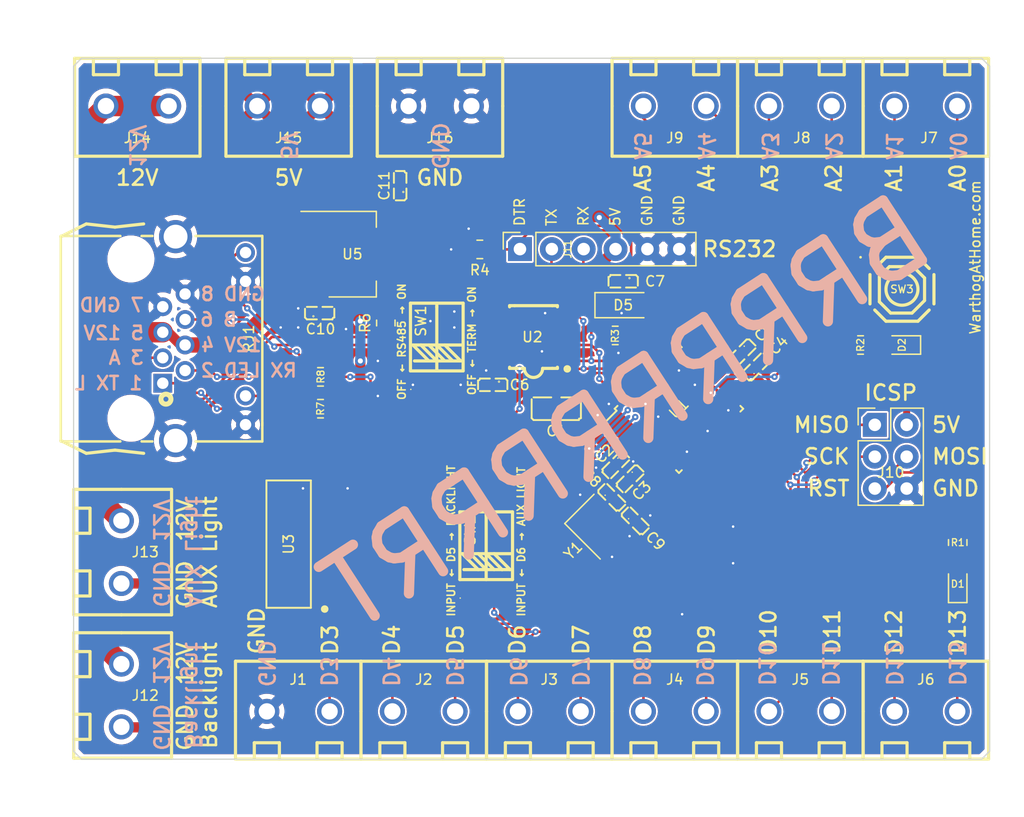
<source format=kicad_pcb>
(kicad_pcb (version 20211014) (generator pcbnew)
  (layers (0 "F.Cu" signal) (31 "B.Cu" signal) (34 "B.Paste" user) (35 "F.Paste" user) (36 "B.SilkS" user "B.Silkscreen") (37 "F.SilkS" user "F.Silkscreen") (38 "B.Mask" user) (39 "F.Mask" user) (44 "Edge.Cuts" user))
  (net 0 "")
  (net 1 "+5V")
  (net 2 "Net-(C5-Pad2)")
  (net 3 "RESET")
  (net 4 "FTDI_DTR")
  (net 5 "XTAL1")
  (net 6 "XTAL2")
  (net 7 "Net-(D1-Pad2)")
  (net 8 "Net-(D2-Pad2)")
  (net 9 "D2")
  (net 10 "D3")
  (net 11 "D4")
  (net 12 "D5")
  (net 13 "D6")
  (net 14 "D7")
  (net 15 "D8")
  (net 16 "D9")
  (net 17 "D10")
  (net 18 "D11")
  (net 19 "D12")
  (net 20 "D13")
  (net 21 "A0")
  (net 22 "A1")
  (net 23 "A2")
  (net 24 "A3")
  (net 25 "A4")
  (net 26 "A5")
  (net 27 "TXD")
  (net 28 "RXD")
  (net 29 "RS485+")
  (net 30 "Net-(R6-Pad2)")
  (net 31 "Net-(R7-Pad1)")
  (net 32 "Net-(R8-Pad1)")
  (net 33 "+12V")
  (net 34 "RS485-")
  (net 37 "RS485_GND")
  (net 38 "BACKLIGHT_BASE")
  (net 39 "AUX_BASE")
  (net 43 "AUX_GND")
  (net 44 "BACKLIGHT_GND")
  (net 45 "GND")
  (footprint "Resistor_SMD:R_0805_2012Metric" (layer "F.Cu") (at 121.285 104.14)
    (fp_text reference "R7")
    (fp_text value "1.8K")
  )
  (footprint "A10 KiCad Libraries:CONN-TH_WJ126V-5.0-2P" (layer "F.Cu") (at 139.5222 128.27 90)
    (fp_text reference "J3")
    (fp_text value "Screw_Terminal_01x02")
  )
  (footprint "Connector_PinHeader_2.54mm:PinHeader_2x03_P2.54mm_Vertical" (layer "F.Cu") (at 165.476 105.425)
    (fp_text reference "J10")
    (fp_text value "AVR-ISP-6")
  )
  (footprint "A10 KiCad Libraries:CONN-TH_WJ126V-5.0-2P" (layer "F.Cu") (at 159.5374 128.27 90)
    (fp_text reference "J5")
    (fp_text value "Screw_Terminal_01x02")
  )
  (footprint "Resistor_SMD:R_0805_2012Metric" (layer "F.Cu") (at 164.338 99.06)
    (fp_text reference "R2")
    (fp_text value "1K")
  )
  (footprint "A10 KiCad Libraries:C0402" (layer "F.Cu") (at 135.0137 102.235 180)
    (fp_text reference "C6")
    (fp_text value "1uF")
  )
  (footprint "Package_TO_SOT_SMD:SOT-223-3_TabPin2" (layer "F.Cu") (at 123.825 91.821)
    (fp_text reference "U5")
    (fp_text value "AMS1117-5.0")
  )
  (footprint "A10 KiCad Libraries:C0402" (layer "F.Cu") (at 145.961096 109.729868 -135)
    (fp_text reference "C3")
    (fp_text value "1uF")
  )
  (footprint "A10 KiCad Libraries:CONN-TH_WJ126V-5.0-2P" (layer "F.Cu") (at 118.745 80.01 -90)
    (fp_text reference "J15")
    (fp_text value "Screw_Terminal_01x02")
  )
  (footprint "A10 KiCad Libraries:C0805" (layer "F.Cu") (at 140.081 104.14 180)
    (fp_text reference "C1")
    (fp_text value "4.7uF")
  )
  (footprint "A10 KiCad Libraries:C0402" (layer "F.Cu") (at 154.888995 99.68621 -135)
    (fp_text reference "C5")
    (fp_text value "100nF")
  )
  (footprint "A10 KiCad Libraries:SOP-16_L10.0-W3.9-P1.27-LS6.0-BL" (layer "F.Cu") (at 118.745 114.935 90)
    (fp_text reference "U3")
    (fp_text value "ULN2003A")
  )
  (footprint "A10 KiCad Libraries:C0402" (layer "F.Cu") (at 127.635 86.36 90)
    (fp_text reference "C11")
    (fp_text value "1uF")
  )
  (footprint "A10 KiCad Libraries:C0402" (layer "F.Cu") (at 144.8181 108.6104 -135)
    (fp_text reference "C2")
    (fp_text value "1uF")
  )
  (footprint "A10 KiCad Libraries:SOIC-8_L5.0-W4.0-P1.27-LS6.0-BL" (layer "F.Cu") (at 138.264894 98.424999 90)
    (fp_text reference "U2")
    (fp_text value "MAX487ESA+T")
  )
  (footprint "Resistor_SMD:R_0805_2012Metric" (layer "F.Cu") (at 121.285 101.6)
    (fp_text reference "R8")
    (fp_text value "1.8K")
  )
  (footprint "A10 KiCad Libraries:CONN-TH_WJ126V-5.0-2P" (layer "F.Cu") (at 106.68 80.01 -90)
    (fp_text reference "J14")
    (fp_text value "Screw_Terminal_01x02")
  )
  (footprint "LED_SMD:LED_0603_1608Metric" (layer "F.Cu") (at 167.64 99.06 180)
    (fp_text reference "D2")
    (fp_text value "LED")
  )
  (footprint "A10 KiCad Libraries:C0402" (layer "F.Cu") (at 121.217182 96.52)
    (fp_text reference "C10")
    (fp_text value "10uF")
  )
  (footprint "A10 KiCad Libraries:CONN-TH_WJ126V-5.0-2P" (layer "F.Cu") (at 119.507 128.27 90)
    (fp_text reference "J1")
    (fp_text value "Screw_Terminal_01x02")
  )
  (footprint "A10 KiCad Libraries:CONN-TH_WJ126V-5.0-2P" (layer "F.Cu") (at 169.545 128.27 90)
    (fp_text reference "J6")
    (fp_text value "Screw_Terminal_01x02")
  )
  (footprint "Resistor_SMD:R_0805_2012Metric" (layer "F.Cu") (at 126.492 97.3055 90)
    (fp_text reference "R6")
    (fp_text value "120R")
  )
  (footprint "A10 KiCad Libraries:CONN-TH_WJ126V-5.0-2P" (layer "F.Cu") (at 149.5298 80.01 -90)
    (fp_text reference "J9")
    (fp_text value "Screw_Terminal_01x02")
  )
  (footprint "A10 KiCad Libraries:CONN-TH_WJ126V-5.0-2P" (layer "F.Cu") (at 129.5146 128.27 90)
    (fp_text reference "J2")
    (fp_text value "Screw_Terminal_01x02")
  )
  (footprint "A10 KiCad Libraries:SW-SMD_4P-L5.1-W5.1-P3.70-LS6.5-TL-2" (layer "F.Cu") (at 167.64 94.615)
    (fp_text reference "SW3")
    (fp_text value "SW_MEC_5E")
  )
  (footprint "A10 KiCad Libraries:SW-SMD_DSHP02TSGER" (layer "F.Cu") (at 134.493 115.062)
    (fp_text reference "SW2")
    (fp_text value "SW_DIP_x02")
  )
  (footprint "A10 KiCad Libraries:C0402" (layer "F.Cu") (at 156.025376 100.812584 45)
    (fp_text reference "C4")
    (fp_text value "1uF")
  )
  (footprint "A10 KiCad Libraries:CONN-TH_WJ126V-5.0-2P" (layer "F.Cu") (at 149.5298 128.27 90)
    (fp_text reference "J4")
    (fp_text value "Screw_Terminal_01x02")
  )
  (footprint "Diode_SMD:D_SOD-123" (layer "F.Cu") (at 145.415 95.885)
    (fp_text reference "D5")
    (fp_text value "1N4148W")
  )
  (footprint "A10 KiCad Libraries:RJ45-TH_B-1-1" (layer "F.Cu") (at 108.612936 98.551999 -90)
    (fp_text reference "RJ1")
    (fp_text value "RJ45-B-1*1")
  )
  (footprint "A10 KiCad Libraries:C0402" (layer "F.Cu") (at 145.415 93.98 180)
    (fp_text reference "C7")
    (fp_text value "100nF")
  )
  (footprint "Resistor_SMD:R_0805_2012Metric" (layer "F.Cu") (at 172.085 114.808 -90)
    (fp_text reference "R1")
    (fp_text value "1K")
  )
  (footprint "A10 KiCad Libraries:C0402" (layer "F.Cu") (at 146.378269 113.085409 -45)
    (fp_text reference "C9")
    (fp_text value "15pF")
  )
  (footprint "A10 KiCad Libraries:SW-SMD_DSHP02TSGER" (layer "F.Cu") (at 130.556 98.425)
    (fp_text reference "SW1")
    (fp_text value "SW_DIP_x02")
  )
  (footprint "A10 KiCad Libraries:CONN-TH_WJ126V-5.0-2P" (layer "F.Cu") (at 105.41 115.57)
    (fp_text reference "J13")
    (fp_text value "Screw_Terminal_01x02")
  )
  (footprint "A10 KiCad Libraries:CONN-TH_WJ126V-5.0-2P" (layer "F.Cu") (at 130.81 80.01 -90)
    (fp_text reference "J16")
    (fp_text value "Screw_Terminal_01x02")
  )
  (footprint "A10 KiCad Libraries:CONN-TH_WJ126V-5.0-2P" (layer "F.Cu") (at 105.41 127)
    (fp_text reference "J12")
    (fp_text value "Screw_Terminal_01x02")
  )
  (footprint "Crystal:Crystal_SMD_3225-4Pin_3.2x2.5mm" (layer "F.Cu") (at 143.337351 113.54096 -45)
    (fp_text reference "Y1")
    (fp_text value "Crystal_GND24")
  )
  (footprint "Package_QFP:TQFP-32_7x7mm_P0.8mm" (layer "F.Cu") (at 149.86 104.14 45)
    (fp_text reference "U1")
    (fp_text value "ATmega328P-AU")
  )
  (footprint "Resistor_SMD:R_0805_2012Metric" (layer "F.Cu") (at 133.985 91.4396 180)
    (fp_text reference "R4")
    (fp_text value "1K")
  )
  (footprint "Connector_PinSocket_2.54mm:PinSocket_1x06_P2.54mm_Vertical" (layer "F.Cu") (at 137.185 91.415 90)
    (fp_text reference "J11")
    (fp_text value "Conn_01x06_Female")
  )
  (footprint "Resistor_SMD:R_0805_2012Metric" (layer "F.Cu") (at 144.78 98.298)
    (fp_text reference "R3")
    (fp_text value "10K")
  )
  (footprint "A10 KiCad Libraries:CONN-TH_WJ126V-5.0-2P" (layer "F.Cu") (at 159.5374 80.01 -90)
    (fp_text reference "J8")
    (fp_text value "Screw_Terminal_01x02")
  )
  (footprint "A10 KiCad Libraries:C0402" (layer "F.Cu") (at 144.506976 111.214116 -45)
    (fp_text reference "C8")
    (fp_text value "15pF")
  )
  (footprint "A10 KiCad Libraries:CONN-TH_WJ126V-5.0-2P" (layer "F.Cu") (at 169.545 80.01 -90)
    (fp_text reference "J7")
    (fp_text value "Screw_Terminal_01x02")
  )
  (footprint "LED_SMD:LED_0603_1608Metric" (layer "F.Cu") (at 172.085 118.11 90)
    (fp_text reference "D1")
    (fp_text value "LED")
  )
  (gr_line (start 101.6 76.835) (end 102.235 76.2) (layer "Edge.Cuts") (width 0.1))
  (gr_line (start 173.99 132.08) (end 102.235 132.08) (layer "Edge.Cuts") (width 0.1))
  (gr_line (start 102.235 76.2) (end 173.99 76.2) (layer "Edge.Cuts") (width 0.1))
  (gr_line (start 102.235 132.08) (end 101.6 131.445) (layer "Edge.Cuts") (width 0.1))
  (gr_line (start 174.625 131.445) (end 173.99 132.08) (layer "Edge.Cuts") (width 0.1))
  (gr_line (start 173.99 76.2) (end 174.625 76.835) (layer "Edge.Cuts") (width 0.1))
  (gr_line (start 174.625 76.835) (end 174.625 131.445) (layer "Edge.Cuts") (width 0.1))
  (gr_line (start 101.6 131.445) (end 101.6 76.835) (layer "Edge.Cuts") (width 0.1))
  (gr_text "BRRRRRRRRT" (at 145.669 104.521 33) (layer "B.SilkS") (effects (font (size 5.6896 5.6896) (thickness 0.8128)) (justify mirror)))
  (gr_text "OFF ← RS485 → ON" (at 127.762 103.505 90) (layer "F.SilkS") (effects (font (size 0.6096 0.6096) (thickness 0.127)) (justify left)))
  (gr_text "INPUT ← D5 → BACKLIGHT" (at 131.699 120.777 90) (layer "F.SilkS") (effects (font (size 0.6096 0.6096) (thickness 0.127)) (justify left)))
  (gr_text "INPUT ← D6 → AUX LIGHT" (at 137.287 120.777 90) (layer "F.SilkS") (effects (font (size 0.6096 0.6096) (thickness 0.127)) (justify left)))
  (gr_text "WarthogAtHome.com" (at 173.482 92.075 90) (layer "F.SilkS") (effects (font (size 0.8128 0.8128) (thickness 0.127))))
  (gr_text "OFF ← TERM → ON" (at 133.35 103.124 90) (layer "F.SilkS") (effects (font (size 0.6096 0.6096) (thickness 0.127)) (justify left)))
  (segment (start 135.558785 102.235) (end 137.541 102.235) (width 0.4064) (layer "F.Cu") (net 1))
  (segment (start 155.639943 101.198017) (end 155.63041 101.198017) (width 0.3048) (layer "F.Cu") (net 1))
  (segment (start 141.110972 103.010972) (end 140.462 102.362) (width 0.8128) (layer "F.Cu") (net 1))
  (segment (start 143.8675 98.298) (end 143.8675 97.1305) (width 0.4064) (layer "F.Cu") (net 1))
  (segment (start 143.765 92.455) (end 144.805 91.415) (width 0.8128) (layer "F.Cu") (net 1))
  (segment (start 155.63041 101.198017) (end 155.63041 101.204969) (width 0.5588) (layer "F.Cu") (net 1))
  (segment (start 146.566139 106.862361) (end 145.203533 108.224967) (width 0.5588) (layer "F.Cu") (net 1))
  (segment (start 141.110972 104.14) (end 141.118566 104.14) (width 0.3048) (layer "F.Cu") (net 1))
  (segment (start 168.016 103.5) (end 168.016 105.425) (width 0.5588) (layer "F.Cu") (net 1))
  (segment (start 163.4255 99.06) (end 163.4255 102.7195) (width 0.5588) (layer "F.Cu") (net 1))
  (segment (start 157.29544 102.87) (end 167.386 102.87) (width 0.5588) (layer "F.Cu") (net 1))
  (segment (start 143.765 97.028) (end 143.765 95.885) (width 0.4064) (layer "F.Cu") (net 1))
  (segment (start 143.8675 97.1305) (end 143.765 97.028) (width 0.4064) (layer "F.Cu") (net 1))
  (segment (start 147.703324 107.993732) (end 147.703634 107.993732) (width 0.5588) (layer "F.Cu") (net 1))
  (segment (start 141.118566 104.14) (end 145.203533 108.224967) (width 0.8128) (layer "F.Cu") (net 1))
  (segment (start 143.765 95.885) (end 143.765 92.455) (width 0.8128) (layer "F.Cu") (net 1))
  (segment (start 137.668 102.362) (end 135.255 104.775) (width 0.8128) (layer "F.Cu") (net 1))
  (segment (start 137.541 102.235) (end 137.668 102.362) (width 0.4064) (layer "F.Cu") (net 1))
  (segment (start 135.559789 100.330003) (end 135.559789 102.233996) (width 0.4064) (layer "F.Cu") (net 1))
  (segment (start 149.652366 106.045) (end 147.389314 106.045) (width 0.5588) (layer "F.Cu") (net 1))
  (segment (start 125.73 104.775) (end 124.46 103.505) (width 0.8128) (layer "F.Cu") (net 1))
  (segment (start 135.559789 102.233996) (end 135.558785 102.235) (width 0.4064) (layer "F.Cu") (net 1))
  (segment (start 155.63041 101.204969) (end 157.29544 102.87) (width 0.5588) (layer "F.Cu") (net 1))
  (segment (start 146.353771 109.344435) (end 147.712382 107.985824) (width 0.5588) (layer "F.Cu") (net 1))
  (segment (start 149.652366 106.045) (end 150.783427 106.045) (width 0.5588) (layer "F.Cu") (net 1))
  (segment (start 167.386 102.87) (end 168.016 103.5) (width 0.5588) (layer "F.Cu") (net 1))
  (segment (start 135.255 104.775) (end 125.73 104.775) (width 0.8128) (layer "F.Cu") (net 1))
  (segment (start 141.110972 104.14) (end 141.110972 103.010972) (width 0.8128) (layer "F.Cu") (net 1))
  (segment (start 124.46 103.505) (end 124.46 100.33) (width 0.8128) (layer "F.Cu") (net 1))
  (segment (start 146.571953 106.862361) (end 146.566139 106.862361) (width 0.25) (layer "F.Cu") (net 1))
  (segment (start 155.63041 101.198017) (end 154.279417 102.54901) (width 0.5588) (layer "F.Cu") (net 1))
  (segment (start 147.389314 106.045) (end 146.571953 106.862361) (width 0.5588) (layer "F.Cu") (net 1))
  (segment (start 150.783427 106.045) (end 154.279417 102.54901) (width 0.5588) (layer "F.Cu") (net 1))
  (segment (start 140.462 102.362) (end 137.668 102.362) (width 0.8128) (layer "F.Cu") (net 1))
  (segment (start 147.703634 107.993732) (end 149.652366 106.045) (width 0.5588) (layer "F.Cu") (net 1))
  (via (at 124.46 100.33) (size 0.8128) (drill 0.4064) (layers "F.Cu" "B.Cu") (net 1))
  (via (at 143.51 88.9) (size 0.8128) (drill 0.4064) (layers "F.Cu" "B.Cu") (net 1))
  (via (at 124.46 97.155) (size 0.8128) (drill 0.4064) (layers "F.Cu" "B.Cu") (net 1))
  (segment (start 124.46 100.33) (end 124.46 97.155) (width 0.8128) (layer "B.Cu") (net 1))
  (segment (start 143.51 88.9) (end 144.805 90.195) (width 0.8128) (layer "B.Cu") (net 1))
  (segment (start 144.805 90.195) (end 144.805 91.415) (width 0.8128) (layer "B.Cu") (net 1))
  (segment (start 154.503562 100.071643) (end 153.146632 101.428573) (width 0.5588) (layer "F.Cu") (net 2))
  (segment (start 148.024314 102.87) (end 146.571953 101.417639) (width 0.2032) (layer "F.Cu") (net 3))
  (segment (start 170.939975 97.279975) (end 170.939975 96.465394) (width 0.2032) (layer "F.Cu") (net 3))
  (segment (start 167.594751 109.22) (end 171.45 109.22) (width 0.2032) (layer "F.Cu") (net 3))
  (segment (start 171.45 109.22) (end 172.085 108.585) (width 0.2032) (layer "F.Cu") (net 3))
  (segment (start 164.340025 96.465394) (end 162.614606 96.465394) (width 0.2032) (layer "F.Cu") (net 3))
  (segment (start 145.6925 97.2585) (end 147.065 95.886) (width 0.2032) (layer "F.Cu") (net 3))
  (segment (start 166.309751 110.505) (end 167.594751 109.22) (width 0.2032) (layer "F.Cu") (net 3))
  (segment (start 162.614606 96.465394) (end 157.48 101.6) (width 0.2032) (layer "F.Cu") (net 3))
  (segment (start 172.085 98.425) (end 171.45 97.79) (width 0.2032) (layer "F.Cu") (net 3))
  (segment (start 165.1 97.79) (end 164.340025 97.030025) (width 0.2032) (layer "F.Cu") (net 3))
  (segment (start 145.6925 100.538186) (end 146.571953 101.417639) (width 0.2032) (layer "F.Cu") (net 3))
  (segment (start 171.45 97.79) (end 170.939975 97.279975) (width 0.2032) (layer "F.Cu") (net 3))
  (segment (start 145.6925 98.298) (end 145.6925 100.538186) (width 0.2032) (layer "F.Cu") (net 3))
  (segment (start 152.4 102.87) (end 148.024314 102.87) (width 0.2032) (layer "F.Cu") (net 3))
  (segment (start 165.476 110.505) (end 166.309751 110.505) (width 0.2032) (layer "F.Cu") (net 3))
  (segment (start 171.45 97.79) (end 165.1 97.79) (width 0.2032) (layer "F.Cu") (net 3))
  (segment (start 164.340025 97.030025) (end 164.340025 96.465394) (width 0.2032) (layer "F.Cu") (net 3))
  (segment (start 145.960085 93.98) (end 145.960085 94.780085) (width 0.2032) (layer "F.Cu") (net 3))
  (segment (start 145.6925 98.298) (end 145.6925 97.2585) (width 0.2032) (layer "F.Cu") (net 3))
  (segment (start 145.960085 94.780085) (end 147.065 95.885) (width 0.2032) (layer "F.Cu") (net 3))
  (segment (start 172.085 108.585) (end 172.085 98.425) (width 0.2032) (layer "F.Cu") (net 3))
  (segment (start 147.065 95.886) (end 147.065 95.885) (width 0.2032) (layer "F.Cu") (net 3))
  (via (at 152.4 102.87) (size 0.5) (drill 0.2) (layers "F.Cu" "B.Cu") (net 3))
  (via (at 157.48 101.6) (size 0.5) (drill 0.2) (layers "F.Cu" "B.Cu") (net 3))
  (segment (start 157.48 101.6) (end 153.67 101.6) (width 0.2032) (layer "B.Cu") (net 3))
  (segment (start 153.67 101.6) (end 152.4 102.87) (width 0.2032) (layer "B.Cu") (net 3))
  (segment (start 146.05 90.805) (end 144.8054 89.5604) (width 0.2032) (layer "F.Cu") (net 4))
  (segment (start 146.05 92.71) (end 146.05 90.805) (width 0.2032) (layer "F.Cu") (net 4))
  (segment (start 144.8054 89.5604) (end 138.4046 89.5604) (width 0.2032) (layer "F.Cu") (net 4))
  (segment (start 137.185 90.78) (end 137.185 92.05) (width 0.2032) (layer "F.Cu") (net 4))
  (segment (start 144.869915 93.890085) (end 146.05 92.71) (width 0.2032) (layer "F.Cu") (net 4))
  (segment (start 138.4046 89.5604) (end 137.185 90.78) (width 0.2032) (layer "F.Cu") (net 4))
  (segment (start 137.185 91.44) (end 134.4954 91.44) (width 0.2032) (layer "F.Cu") (net 4))
  (segment (start 144.284696 112.487395) (end 144.285481 112.487395) (width 0.1524) (layer "F.Cu") (net 5))
  (segment (start 142.539506 113.945196) (end 141.958493 113.364183) (width 0.1524) (layer "F.Cu") (net 5))
  (segment (start 142.826895 113.945196) (end 144.284696 112.487395) (width 0.1524) (layer "F.Cu") (net 5))
  (segment (start 142.539506 113.945196) (end 142.826895 113.945196) (width 0.1524) (layer "F.Cu") (net 5))
  (segment (start 148.26901 108.559417) (end 144.285481 112.487395) (width 0.1524) (layer "F.Cu") (net 5))
  (segment (start 145.676712 112.757234) (end 144.716209 113.717737) (width 0.1524) (layer "F.Cu") (net 6))
  (segment (start 146.941813 111.499995) (end 146.582424 111.857466) (width 0.1524) (layer "F.Cu") (net 6))
  (segment (start 148.417484 111.166543) (end 148.417483 111.166545) (width 0.1524) (layer "F.Cu") (net 6))
  (segment (start 146.859792 110.384239) (end 146.788892 110.45476) (width 0.1524) (layer "F.Cu") (net 6))
  (segment (start 145.686703 112.748028) (end 145.676712 112.748028) (width 0.1524) (layer "F.Cu") (net 6))
  (segment (start 147.030139 111.412136) (end 146.941813 111.499995) (width 0.1524) (layer "F.Cu") (net 6))
  (segment (start 147.993221 111.165411) (end 147.886546 111.058736) (width 0.1524) (layer "F.Cu") (net 6))
  (segment (start 146.787946 110.815443) (end 147.031087 111.058584) (width 0.1524) (layer "F.Cu") (net 6))
  (segment (start 146.582424 111.857466) (end 146.577265 111.857466) (width 0.1524) (layer "F.Cu") (net 6))
  (segment (start 146.859792 110.384238) (end 146.859792 110.384239) (width 0.1524) (layer "F.Cu") (net 6))
  (segment (start 148.026611 110.352009) (end 148.308695 110.635606) (width 0.1524) (layer "F.Cu") (net 6))
  (segment (start 146.787946 110.808312) (end 146.787946 110.815443) (width 0.1524) (layer "F.Cu") (net 6))
  (segment (start 147.883298 111.058736) (end 147.213345 110.385185) (width 0.1524) (layer "F.Cu") (net 6))
  (segment (start 148.311943 110.635606) (end 148.418618 110.742281) (width 0.1524) (layer "F.Cu") (net 6))
  (segment (start 146.577265 111.857466) (end 145.686703 112.748028) (width 0.1524) (layer "F.Cu") (net 6))
  (segment (start 148.308695 110.635606) (end 148.311943 110.635606) (width 0.1524) (layer "F.Cu") (net 6))
  (segment (start 148.834695 109.125103) (end 148.027745 109.927745) (width 0.1524) (layer "F.Cu") (net 6))
  (segment (start 145.676712 112.748028) (end 145.676712 112.757234) (width 0.1524) (layer "F.Cu") (net 6))
  (segment (start 147.886546 111.058736) (end 147.883298 111.058736) (width 0.1524) (layer "F.Cu") (net 6))
  (arc (start 148.418618 110.742281) (mid 148.505918 110.954649) (end 148.417484 111.166543) (width 0.1524) (layer "F.Cu") (net 6))
  (arc (start 147.213345 110.385185) (mid 147.036765 110.311488) (end 146.859792 110.384238) (width 0.1524) (layer "F.Cu") (net 6))
  (arc (start 148.417483 111.166545) (mid 148.205117 111.253845) (end 147.993221 111.165411) (width 0.1524) (layer "F.Cu") (net 6))
  (arc (start 148.027745 109.927745) (mid 147.93931 110.139641) (end 148.026611 110.352009) (width 0.1524) (layer "F.Cu") (net 6))
  (arc (start 146.788892 110.45476) (mid 146.715196 110.63134) (end 146.787946 110.808312) (width 0.1524) (layer "F.Cu") (net 6))
  (arc (start 147.031087 111.058584) (mid 147.103836 111.235556) (end 147.030139 111.412136) (width 0.1524) (layer "F.Cu") (net 6))
  (segment (start 172.085 117.3225) (end 172.085 116.08) (width 0.2032) (layer "F.Cu") (net 7))
  (segment (start 166.8525 99.06) (end 165.61 99.06) (width 0.2032) (layer "F.Cu") (net 8))
  (segment (start 143.51 99.695) (end 142.875 99.06) (width 0.2032) (layer "F.Cu") (net 9))
  (segment (start 143.51 101.750373) (end 143.510337 101.75071) (width 0.1524) (layer "F.Cu") (net 9))
  (segment (start 144.874897 103.114695) (end 143.51 101.749798) (width 0.2032) (layer "F.Cu") (net 9))
  (segment (start 142.875 99.06) (end 140.969999 99.06) (width 0.2032) (layer "F.Cu") (net 9))
  (segment (start 140.969999 99.06) (end 140.969999 97.789998) (width 0.2032) (layer "F.Cu") (net 9))
  (segment (start 143.51 101.749798) (end 143.51 101.750373) (width 0.1524) (layer "F.Cu") (net 9))
  (via (at 143.510337 101.75071) (size 0.5) (drill 0.2) (layers "F.Cu" "B.Cu") (net 9))
  (via (at 143.51 99.695) (size 0.5) (drill 0.2) (layers "F.Cu" "B.Cu") (net 9))
  (segment (start 143.510337 101.75071) (end 143.51 101.750373) (width 0.1524) (layer "B.Cu") (net 9))
  (segment (start 143.51 101.750373) (end 143.51 99.695) (width 0.2032) (layer "B.Cu") (net 9))
  (segment (start 122.00827 128.27) (end 122.00827 122.46673) (width 0.2032) (layer "F.Cu") (net 10))
  (segment (start 128.735816 121.285) (end 142.70722 107.313596) (width 0.2032) (layer "F.Cu") (net 10))
  (segment (start 144.874897 105.152136) (end 145.776501 104.250532) (width 0.2032) (layer "F.Cu") (net 10))
  (segment (start 123.19 121.285) (end 128.735816 121.285) (width 0.2032) (layer "F.Cu") (net 10))
  (segment (start 144.874897 105.165305) (end 144.874897 105.152136) (width 0.2032) (layer "F.Cu") (net 10))
  (segment (start 122.00827 122.46673) (end 123.19 121.285) (width 0.2032) (layer "F.Cu") (net 10))
  (via (at 145.776501 104.250532) (size 0.5) (drill 0.2) (layers "F.Cu" "B.Cu") (net 10))
  (via (at 142.70722 107.313596) (size 0.5) (drill 0.2) (layers "F.Cu" "B.Cu") (net 10))
  (segment (start 142.713437 107.313596) (end 142.70722 107.313596) (width 0.2032) (layer "B.Cu") (net 10))
  (segment (start 145.776501 104.250532) (end 142.713437 107.313596) (width 0.2032) (layer "B.Cu") (net 10))
  (segment (start 127.0146 123.1754) (end 127.0146 128.27) (width 0.2032) (layer "F.Cu") (net 11))
  (segment (start 129.26148 121.92) (end 129.52774 121.65374) (width 0.2032) (layer "F.Cu") (net 11))
  (segment (start 145.450491 105.73099) (end 146.378288 104.803193) (width 0.2032) (layer "F.Cu") (net 11))
  (segment (start 145.440583 105.73099) (end 145.450491 105.73099) (width 0.2032) (layer "F.Cu") (net 11))
  (segment (start 128.27 121.92) (end 129.26148 121.92) (width 0.2032) (layer "F.Cu") (net 11))
  (segment (start 143.332508 107.848973) (end 129.52774 121.65374) (width 0.2032) (layer "F.Cu") (net 11))
  (segment (start 128.27 121.92) (end 127.0146 123.1754) (width 0.2032) (layer "F.Cu") (net 11))
  (segment (start 129.52774 121.65374) (end 129.261481 121.92) (width 0.2032) (layer "F.Cu") (net 11))
  (via (at 143.332508 107.848973) (size 0.5) (drill 0.2) (layers "F.Cu" "B.Cu") (net 11))
  (via (at 146.378288 104.803193) (size 0.5) (drill 0.2) (layers "F.Cu" "B.Cu") (net 11))
  (segment (start 146.378288 104.803193) (end 143.332508 107.848973) (width 0.2032) (layer "B.Cu") (net 11))
  (segment (start 150.495 121.285) (end 134.747 121.285) (width 0.2032) (layer "F.Cu") (net 12))
  (segment (start 154.94 113.179798) (end 154.94 116.84) (width 0.2032) (layer "F.Cu") (net 12))
  (segment (start 134.747 121.285) (end 133.35 121.285) (width 0.2032) (layer "F.Cu") (net 12))
  (segment (start 133.35 121.285) (end 132.01587 122.61913) (width 0.2032) (layer "F.Cu") (net 12))
  (segment (start 134.747 121.285) (end 133.858 120.396) (width 0.2032) (layer "F.Cu") (net 12))
  (segment (start 154.94 116.84) (end 150.495 121.285) (width 0.2032) (layer "F.Cu") (net 12))
  (segment (start 133.858 120.396) (end 133.857999 118.872008) (width 0.2032) (layer "F.Cu") (net 12))
  (segment (start 132.01587 122.61913) (end 132.01587 128.27) (width 0.2032) (layer "F.Cu") (net 12))
  (segment (start 150.885305 109.125103) (end 154.94 113.179798) (width 0.2032) (layer "F.Cu") (net 12))
  (segment (start 155.575 117.475) (end 151.13 121.92) (width 0.2032) (layer "F.Cu") (net 13))
  (segment (start 155.575 112.683427) (end 155.575 117.475) (width 0.2032) (layer "F.Cu") (net 13))
  (segment (start 151.45099 108.559417) (end 155.575 112.683427) (width 0.2032) (layer "F.Cu") (net 13))
  (segment (start 138.43 121.92) (end 137.0222 123.3278) (width 0.2032) (layer "F.Cu") (net 13))
  (segment (start 137.0222 123.3278) (end 137.0222 128.27) (width 0.2032) (layer "F.Cu") (net 13))
  (segment (start 151.13 121.92) (end 138.43 121.92) (width 0.2032) (layer "F.Cu") (net 13))
  (segment (start 135.128 120.396) (end 135.128001 118.872008) (width 0.2032) (layer "F.Cu") (net 13))
  (via (at 138.43 121.92) (size 0.5) (drill 0.2) (layers "F.Cu" "B.Cu") (net 13))
  (via (at 135.128 120.396) (size 0.5) (drill 0.2) (layers "F.Cu" "B.Cu") (net 13))
  (segment (start 135.128 120.396) (end 136.652 121.92) (width 0.2032) (layer "B.Cu") (net 13))
  (segment (start 136.652 121.92) (end 138.43 121.92) (width 0.2032) (layer "B.Cu") (net 13))
  (segment (start 152.016676 107.993732) (end 156.21 112.187056) (width 0.2032) (layer "F.Cu") (net 14))
  (segment (start 156.21 112.187056) (end 156.21 118.11) (width 0.2032) (layer "F.Cu") (net 14))
  (segment (start 156.21 118.11) (end 151.765 122.555) (width 0.2032) (layer "F.Cu") (net 14))
  (segment (start 142.02347 124.04153) (end 142.02347 128.27) (width 0.2032) (layer "F.Cu") (net 14))
  (segment (start 151.765 122.555) (end 143.51 122.555) (width 0.2032) (layer "F.Cu") (net 14))
  (segment (start 143.51 122.555) (end 142.02347 124.04153) (width 0.2032) (layer "F.Cu") (net 14))
  (segment (start 156.845 111.690686) (end 156.845 118.760622) (width 0.2032) (layer "F.Cu") (net 15))
  (segment (start 156.845 118.760622) (end 152.415622 123.19) (width 0.2032) (layer "F.Cu") (net 15))
  (segment (start 152.415622 123.19) (end 147.955 123.19) (width 0.2032) (layer "F.Cu") (net 15))
  (segment (start 152.582361 107.428047) (end 156.845 111.690686) (width 0.2032) (layer "F.Cu") (net 15))
  (segment (start 147.955 123.19) (end 147.0298 124.1152) (width 0.2032) (layer "F.Cu") (net 15))
  (segment (start 147.0298 124.1152) (end 147.0298 128.27) (width 0.2032) (layer "F.Cu") (net 15))
  (segment (start 157.48 111.125) (end 157.48 119.383236) (width 0.2032) (layer "F.Cu") (net 16))
  (segment (start 153.217361 106.862361) (end 157.48 111.125) (width 0.2032) (layer "F.Cu") (net 16))
  (segment (start 152.03107 124.832166) (end 152.03107 128.27) (width 0.2032) (layer "F.Cu") (net 16))
  (segment (start 153.148047 106.862361) (end 153.217361 106.862361) (width 0.2032) (layer "F.Cu") (net 16))
  (segment (start 157.48 119.383236) (end 152.03107 124.832166) (width 0.2032) (layer "F.Cu") (net 16))
  (segment (start 153.713732 106.296676) (end 158.115 110.697944) (width 0.2032) (layer "F.Cu") (net 17))
  (segment (start 158.115 110.697944) (end 158.115 127.1924) (width 0.2032) (layer "F.Cu") (net 17))
  (segment (start 158.115 127.1924) (end 157.0374 128.27) (width 0.2032) (layer "F.Cu") (net 17))
  (segment (start 162.03867 122.03367) (end 162.03867 128.27) (width 0.2032) (layer "F.Cu") (net 18))
  (segment (start 158.75 110.201573) (end 158.75 118.745) (width 0.2032) (layer "F.Cu") (net 18))
  (segment (start 166.761 109.22) (end 161.29 109.22) (width 0.2032) (layer "F.Cu") (net 18))
  (segment (start 158.75 118.745) (end 162.03867 122.03367) (width 0.2032) (layer "F.Cu") (net 18))
  (segment (start 168.016 107.965) (end 166.761 109.22) (width 0.2032) (layer "F.Cu") (net 18))
  (segment (start 154.279417 105.73099) (end 158.75 110.201573) (width 0.2032) (layer "F.Cu") (net 18))
  (segment (start 161.29 109.22) (end 160.655 109.855) (width 0.2032) (layer "F.Cu") (net 18))
  (via (at 158.75 110.201573) (size 0.5) (drill 0.2) (layers "F.Cu" "B.Cu") (net 18))
  (via (at 160.655 109.855) (size 0.5) (drill 0.2) (layers "F.Cu" "B.Cu") (net 18))
  (segment (start 160.655 109.855) (end 160.308427 110.201573) (width 0.2032) (layer "B.Cu") (net 18))
  (segment (start 160.308427 110.201573) (end 158.75 110.201573) (width 0.2032) (layer "B.Cu") (net 18))
  (segment (start 159.385 118.11) (end 167.045 125.77) (width 0.2032) (layer "F.Cu") (net 19))
  (segment (start 160.100206 108.458) (end 163.133206 105.425) (width 0.2032) (layer "F.Cu") (net 19))
  (segment (start 167.045 125.77) (end 167.045 128.27) (width 0.2032) (layer "F.Cu") (net 19))
  (segment (start 159.258 109.578202) (end 159.258 109.601) (width 0.2032) (layer "F.Cu") (net 19))
  (segment (start 160.02 108.458) (end 160.100206 108.458) (width 0.2032) (layer "F.Cu") (net 19))
  (segment (start 159.385 109.728) (end 159.385 118.11) (width 0.2032) (layer "F.Cu") (net 19))
  (segment (start 159.258 109.601) (end 159.385 109.728) (width 0.2032) (layer "F.Cu") (net 19))
  (segment (start 163.133206 105.425) (end 165.476 105.425) (width 0.2032) (layer "F.Cu") (net 19))
  (segment (start 154.845103 105.165305) (end 159.258 109.578202) (width 0.2032) (layer "F.Cu") (net 19))
  (via (at 159.258 109.601) (size 0.5) (drill 0.2) (layers "F.Cu" "B.Cu") (net 19))
  (via (at 160.02 108.458) (size 0.5) (drill 0.2) (layers "F.Cu" "B.Cu") (net 19))
  (segment (start 159.258 109.601) (end 160.02 108.839) (width 0.2032) (layer "B.Cu") (net 19))
  (segment (start 160.02 108.839) (end 160.02 108.458) (width 0.2032) (layer "B.Cu") (net 19))
  (segment (start 154.845103 104.164445) (end 159.960329 109.279671) (width 0.2032) (layer "F.Cu") (net 20))
  (segment (start 154.845103 103.114695) (end 154.845103 104.164445) (width 0.2032) (layer "F.Cu") (net 20))
  (segment (start 161.275 107.965) (end 159.960329 109.279671) (width 0.2032) (layer "F.Cu") (net 20))
  (segment (start 165.476 107.965) (end 161.275 107.965) (width 0.2032) (layer "F.Cu") (net 20))
  (segment (start 164.465 121.92) (end 170.815 121.92) (width 0.2032) (layer "F.Cu") (net 20))
  (segment (start 159.960329 109.279671) (end 160.02 109.339342) (width 0.2032) (layer "F.Cu") (net 20))
  (segment (start 170.815 115.1655) (end 172.085 113.8955) (width 0.2032) (layer "F.Cu") (net 20))
  (segment (start 160.02 109.339342) (end 160.02 117.475) (width 0.2032) (layer "F.Cu") (net 20))
  (segment (start 172.04627 123.15127) (end 172.04627 128.27) (width 0.2032) (layer "F.Cu") (net 20))
  (segment (start 170.815 121.92) (end 170.815 115.1655) (width 0.2032) (layer "F.Cu") (net 20))
  (segment (start 160.02 117.475) (end 164.465 121.92) (width 0.2032) (layer "F.Cu") (net 20))
  (segment (start 170.815 121.92) (end 172.04627 123.15127) (width 0.2032) (layer "F.Cu") (net 20))
  (segment (start 170.735 86.995) (end 164.169855 86.995) (width 0.2032) (layer "F.Cu") (net 21))
  (segment (start 172.045 85.685) (end 170.735 86.995) (width 0.2032) (layer "F.Cu") (net 21))
  (segment (start 151.45099 99.713865) (end 164.169855 86.995) (width 0.2032) (layer "F.Cu") (net 21))
  (segment (start 172.045 85.685) (end 172.045 80.01) (width 0.2032) (layer "F.Cu") (net 21))
  (segment (start 151.45099 99.720583) (end 151.45099 99.713865) (width 0.2032) (layer "F.Cu") (net 21))
  (segment (start 165.735 86.36) (end 167.04373 85.05127) (width 0.2032) (layer "F.Cu") (net 22))
  (segment (start 150.885305 99.154897) (end 150.885305 99.153758) (width 0.2032) (layer "F.Cu") (net 22))
  (segment (start 150.885305 99.153758) (end 163.679063 86.36) (width 0.2032) (layer "F.Cu") (net 22))
  (segment (start 163.679063 86.36) (end 165.735 86.36) (width 0.2032) (layer "F.Cu") (net 22))
  (segment (start 167.04373 85.05127) (end 167.04373 80.01) (width 0.2032) (layer "F.Cu") (net 22))
  (segment (start 149.765103 99.154897) (end 162.0374 86.8826) (width 0.2032) (layer "F.Cu") (net 23))
  (segment (start 148.834695 99.154897) (end 149.765103 99.154897) (width 0.2032) (layer "F.Cu") (net 23))
  (segment (start 162.0374 86.8826) (end 162.0374 80.01) (width 0.2032) (layer "F.Cu") (net 23))
  (segment (start 157.03613 89.34387) (end 157.03613 80.01) (width 0.2032) (layer "F.Cu") (net 24))
  (segment (start 148.26901 99.716456) (end 147.731981 99.179427) (width 0.2032) (layer "F.Cu") (net 24))
  (segment (start 147.731981 98.648019) (end 157.03613 89.34387) (width 0.2032) (layer "F.Cu") (net 24))
  (segment (start 147.731981 99.179427) (end 147.731981 98.648019) (width 0.2032) (layer "F.Cu") (net 24))
  (segment (start 148.26901 99.720583) (end 148.26901 99.716456) (width 0.2032) (layer "F.Cu") (net 24))
  (segment (start 156.21 84.1902) (end 152.0298 80.01) (width 0.2032) (layer "F.Cu") (net 25))
  (segment (start 147.100173 99.689786) (end 147.100173 98.327327) (width 0.2032) (layer "F.Cu") (net 25))
  (segment (start 147.100173 98.327327) (end 156.21 89.2175) (width 0.2032) (layer "F.Cu") (net 25))
  (segment (start 147.703324 100.286268) (end 147.696655 100.286268) (width 0.2032) (layer "F.Cu") (net 25))
  (segment (start 147.696655 100.286268) (end 147.100173 99.689786) (width 0.2032) (layer "F.Cu") (net 25))
  (segment (start 156.21 89.2175) (end 156.21 84.1902) (width 0.2032) (layer "F.Cu") (net 25))
  (segment (start 147.137639 100.845539) (end 146.537959 100.245859) (width 0.2032) (layer "F.Cu") (net 26))
  (segment (start 152.4 81.915) (end 147.955 81.915) (width 0.2032) (layer "F.Cu") (net 26))
  (segment (start 146.537959 100.245859) (end 146.537959 97.937041) (width 0.2032) (layer "F.Cu") (net 26))
  (segment (start 147.955 81.915) (end 147.02853 80.98853) (width 0.2032) (layer "F.Cu") (net 26))
  (segment (start 147.137639 100.851953) (end 147.137639 100.845539) (width 0.2032) (layer "F.Cu") (net 26))
  (segment (start 155.575 88.9) (end 155.575 85.09) (width 0.2032) (layer "F.Cu") (net 26))
  (segment (start 146.537959 97.937041) (end 155.575 88.9) (width 0.2032) (layer "F.Cu") (net 26))
  (segment (start 155.575 85.09) (end 152.4 81.915) (width 0.2032) (layer "F.Cu") (net 26))
  (segment (start 147.02853 80.98853) (end 147.02853 80.01) (width 0.2032) (layer "F.Cu") (net 26))
  (segment (start 111.76 102.87) (end 110.49 102.87) (width 0.2032) (layer "F.Cu") (net 27))
  (segment (start 118.11 104.14) (end 119.38 105.41) (width 0.2032) (layer "F.Cu") (net 27))
  (segment (start 144.000786 101.109214) (end 143.837568 100.945995) (width 0.2032) (layer "F.Cu") (net 27))
  (segment (start 119.38 105.41) (end 121.92 105.41) (width 0.2032) (layer "F.Cu") (net 27))
  (segment (start 145.440583 102.54901) (end 144.000786 101.109214) (width 0.2032) (layer "F.Cu") (net 27))
  (segment (start 135.8646 105.4354) (end 125.456454 105.4354) (width 0.2032) (layer "F.Cu") (net 27))
  (segment (start 140.969999 96.519995) (end 140.311648 96.519995) (width 0.1524) (layer "F.Cu") (net 27))
  (segment (start 143.837567 100.945995) (end 144.000786 101.109214) (width 0.2032) (layer "F.Cu") (net 27))
  (segment (start 139.7 95.908347) (end 139.7 95.25) (width 0.2032) (layer "F.Cu") (net 27))
  (segment (start 109.728006 102.108006) (end 108.709456 102.108006) (width 0.2032) (layer "F.Cu") (net 27))
  (segment (start 140.335005 96.519995) (end 140.969999 96.519995) (width 0.1524) (layer "F.Cu") (net 27))
  (segment (start 121.92 105.41) (end 122.1975 105.1325) (width 0.2032) (layer "F.Cu") (net 27))
  (segment (start 113.03 104.14) (end 118.11 104.14) (width 0.2032) (layer "F.Cu") (net 27))
  (segment (start 124.161054 104.14) (end 122.1975 104.14) (width 0.2032) (layer "F.Cu") (net 27))
  (segment (start 139.7 95.25) (end 139.7 92.075) (width 0.2032) (layer "F.Cu") (net 27))
  (segment (start 137.16 104.14) (end 135.8646 105.4354) (width 0.2032) (layer "F.Cu") (net 27))
  (segment (start 142.24 100.965) (end 137.16 100.965) (width 0.2032) (layer "F.Cu") (net 27))
  (segment (start 142.259005 100.945995) (end 143.837567 100.945995) (width 0.2032) (layer "F.Cu") (net 27))
  (segment (start 122.1975 105.1325) (end 122.1975 104.14) (width 0.2032) (layer "F.Cu") (net 27))
  (segment (start 125.456454 105.4354) (end 124.161054 104.14) (width 0.2032) (layer "F.Cu") (net 27))
  (segment (start 142.259005 100.945995) (end 142.24 100.965) (width 0.2032) (layer "F.Cu") (net 27))
  (segment (start 140.311648 96.519995) (end 139.7 95.908347) (width 0.2032) (layer "F.Cu") (net 27))
  (segment (start 139.7 92.075) (end 139.725 92.05) (width 0.2032) (layer "F.Cu") (net 27))
  (segment (start 141.604995 96.519995) (end 142.24 97.155) (width 0.1524) (layer "F.Cu") (net 27))
  (segment (start 140.969999 96.519995) (end 141.604995 96.519995) (width 0.1524) (layer "F.Cu") (net 27))
  (segment (start 110.49 102.87) (end 109.728006 102.108006) (width 0.2032) (layer "F.Cu") (net 27))
  (via (at 113.03 104.14) (size 0.5) (drill 0.2) (layers "F.Cu" "B.Cu") (net 27))
  (via (at 137.16 100.965) (size 0.5) (drill 0.2) (layers "F.Cu" "B.Cu") (net 27))
  (via (at 142.259005 100.945995) (size 0.5) (drill 0.2) (layers "F.Cu" "B.Cu") (net 27))
  (via (at 137.16 104.14) (size 0.5) (drill 0.2) (layers "F.Cu" "B.Cu") (net 27))
  (via (at 142.24 97.155) (size 0.5) (drill 0.2) (layers "F.Cu" "B.Cu") (net 27))
  (via (at 111.76 102.87) (size 0.5) (drill 0.2) (layers "F.Cu" "B.Cu") (net 27))
  (segment (start 142.259005 100.945995) (end 142.259005 97.174005) (width 0.2032) (layer "B.Cu") (net 27))
  (segment (start 137.16 100.965) (end 137.16 104.14) (width 0.2032) (layer "B.Cu") (net 27))
  (segment (start 113.03 104.14) (end 111.76 102.87) (width 0.2032) (layer "B.Cu") (net 27))
  (segment (start 142.259005 97.174005) (end 142.24 97.155) (width 0.2032) (layer "B.Cu") (net 27))
  (segment (start 144.352947 100.330003) (end 142.874997 100.330003) (width 0.2032) (layer "F.Cu") (net 28))
  (segment (start 142.24 92.075) (end 142.265 92.05) (width 0.1524) (layer "F.Cu") (net 28))
  (segment (start 133.35 103.505) (end 132.7404 104.1146) (width 0.2032) (layer "F.Cu") (net 28))
  (segment (start 142.875 93.345) (end 142.24 92.71) (width 0.2032) (layer "F.Cu") (net 28))
  (segment (start 121.92 102.87) (end 122.1975 102.5925) (width 0.2032) (layer "F.Cu") (net 28))
  (segment (start 146.006268 101.983324) (end 144.352947 100.330003) (width 0.2032) (layer "F.Cu") (net 28))
  (segment (start 125.2683 103.3317) (end 125.2683 101.6) (width 0.2032) (layer "F.Cu") (net 28))
  (segment (start 122.1975 102.5925) (end 122.1975 101.6) (width 0.2032) (layer "F.Cu") (net 28))
  (segment (start 133.35 100.33) (end 133.35 103.505) (width 0.2032) (layer "F.Cu") (net 28))
  (segment (start 119.38 102.87) (end 121.92 102.87) (width 0.2032) (layer "F.Cu") (net 28))
  (segment (start 118.11 101.6) (end 119.38 102.87) (width 0.2032) (layer "F.Cu") (net 28))
  (segment (start 142.874997 100.330003) (end 140.969999 100.330003) (width 0.2032) (layer "F.Cu") (net 28))
  (segment (start 126.0512 104.1146) (end 125.2683 103.3317) (width 0.2032) (layer "F.Cu") (net 28))
  (segment (start 132.7404 104.1146) (end 126.0512 104.1146) (width 0.2032) (layer "F.Cu") (net 28))
  (segment (start 133.985 99.695) (end 133.35 100.33) (width 0.2032) (layer "F.Cu") (net 28))
  (segment (start 113.03 101.6) (end 112.522004 101.092004) (width 0.2032) (layer "F.Cu") (net 28))
  (segment (start 112.522004 101.092004) (end 110.49 101.092004) (width 0.2032) (layer "F.Cu") (net 28))
  (segment (start 137.160003 100.330003) (end 136.525 99.695) (width 0.2032) (layer "F.Cu") (net 28))
  (segment (start 136.525 99.695) (end 133.985 99.695) (width 0.2032) (layer "F.Cu") (net 28))
  (segment (start 140.969999 100.330003) (end 137.160003 100.330003) (width 0.2032) (layer "F.Cu") (net 28))
  (segment (start 142.24 92.71) (end 142.24 92.075) (width 0.2032) (layer "F.Cu") (net 28))
  (segment (start 123.6517 101.6) (end 122.1975 101.6) (width 0.2032) (layer "F.Cu") (net 28))
  (segment (start 142.874997 100.330003) (end 142.875 100.33) (width 0.1524) (layer "F.Cu") (net 28))
  (segment (start 142.875 98.425) (end 142.875 93.345) (width 0.2032) (layer "F.Cu") (net 28))
  (segment (start 115.57 101.6) (end 118.11 101.6) (width 0.2032) (layer "F.Cu") (net 28))
  (via (at 142.875 98.425) (size 0.5) (drill 0.2) (layers "F.Cu" "B.Cu") (net 28))
  (via (at 113.03 101.6) (size 0.5) (drill 0.2) (layers "F.Cu" "B.Cu") (net 28))
  (via (at 123.6517 101.6) (size 0.5) (drill 0.2) (layers "F.Cu" "B.Cu") (net 28))
  (via (at 125.2683 101.6) (size 0.5) (drill 0.2) (layers "F.Cu" "B.Cu") (net 28))
  (via (at 115.57 101.6) (size 0.5) (drill 0.2) (layers "F.Cu" "B.Cu") (net 28))
  (via (at 142.875 100.33) (size 0.5) (drill 0.2) (layers "F.Cu" "B.Cu") (net 28))
  (segment (start 125.2683 101.6) (end 123.6517 101.6) (width 0.2032) (layer "B.Cu") (net 28))
  (segment (start 142.875 100.33) (end 142.875 98.425) (width 0.2032) (layer "B.Cu") (net 28))
  (segment (start 115.57 101.6) (end 113.03 101.6) (width 0.2032) (layer "B.Cu") (net 28))
  (segment (start 108.509216 104.064216) (end 111.76 104.064216) (width 0.2032) (layer "F.Cu") (net 29))
  (segment (start 127.635 98.427) (end 133.947678 98.427) (width 0.2032) (layer "F.Cu") (net 29))
  (segment (start 108.709456 100.076002) (end 107.822996 100.076002) (width 0.2032) (layer "F.Cu") (net 29))
  (segment (start 107.315 100.583998) (end 107.315 102.87) (width 0.2032) (layer "F.Cu") (net 29))
  (segment (start 133.947678 98.427) (end 133.967339 98.407339) (width 0.2032) (layer "F.Cu") (net 29))
  (segment (start 111.76 104.064216) (end 117.399216 98.425) (width 0.2032) (layer "F.Cu") (net 29))
  (segment (start 107.315 102.87) (end 108.509216 104.064216) (width 0.2032) (layer "F.Cu") (net 29))
  (segment (start 133.949679 98.425) (end 133.967339 98.407339) (width 0.2032) (layer "F.Cu") (net 29))
  (segment (start 127.633 98.425) (end 127.635 98.427) (width 0.2032) (layer "F.Cu") (net 29))
  (segment (start 134.584681 97.789998) (end 135.559789 97.789998) (width 0.2032) (layer "F.Cu") (net 29))
  (segment (start 133.967339 98.407339) (end 134.584681 97.789998) (width 0.2032) (layer "F.Cu") (net 29))
  (segment (start 117.399216 98.425) (end 127.633 98.425) (width 0.2032) (layer "F.Cu") (net 29))
  (segment (start 107.822996 100.076002) (end 107.315 100.583998) (width 0.2032) (layer "F.Cu") (net 29))
  (segment (start 129.921 96.393) (end 126.492 96.393) (width 0.1524) (layer "F.Cu") (net 30))
  (segment (start 131.191001 95.122999) (end 129.921 96.393) (width 0.1524) (layer "F.Cu") (net 30))
  (segment (start 131.191001 94.614992) (end 131.191001 95.122999) (width 0.1524) (layer "F.Cu") (net 30))
  (segment (start 119.126 104.14) (end 118.107468 103.121468) (width 0.2032) (layer "F.Cu") (net 31))
  (segment (start 120.3725 104.14) (end 119.126 104.14) (width 0.2032) (layer "F.Cu") (net 31))
  (segment (start 118.107468 103.121468) (end 115.308389 103.121468) (width 0.2032) (layer "F.Cu") (net 31))
  (segment (start 119.38 99.568) (end 119.38 99.6315) (width 0.2032) (layer "F.Cu") (net 32))
  (segment (start 120.3725 100.624) (end 120.3725 101.6) (width 0.2032) (layer "F.Cu") (net 32))
  (segment (start 119.38 99.6315) (end 120.3725 100.624) (width 0.2032) (layer "F.Cu") (net 32))
  (segment (start 113.785672 94.481672) (end 113.785672 92.589328) (width 0.2032) (layer "F.Cu") (net 32))
  (segment (start 113.792 94.488) (end 113.785672 94.481672) (width 0.2032) (layer "F.Cu") (net 32))
  (segment (start 114.683555 91.691445) (end 113.785672 92.589328) (width 0.2032) (layer "F.Cu") (net 32))
  (segment (start 115.308389 91.691445) (end 114.683555 91.691445) (width 0.2032) (layer "F.Cu") (net 32))
  (segment (start 115.443 96.139) (end 113.792 94.488) (width 0.2032) (layer "F.Cu") (net 32))
  (via (at 115.443 96.139) (size 0.5) (drill 0.2) (layers "F.Cu" "B.Cu") (net 32))
  (via (at 119.38 99.568) (size 0.5) (drill 0.2) (layers "F.Cu" "B.Cu") (net 32))
  (segment (start 118.872 99.568) (end 115.443 96.139) (width 0.2032) (layer "B.Cu") (net 32))
  (segment (start 119.38 99.568) (end 118.872 99.568) (width 0.2032) (layer "B.Cu") (net 32))
  (segment (start 102.87 97.155) (end 102.87 81.31873) (width 1.6256) (layer "F.Cu") (net 33))
  (segment (start 102.87 121.92) (end 105.41 124.46) (width 1.6256) (layer "F.Cu") (net 33))
  (segment (start 110.49 99.06) (end 114.51 99.06) (width 1.2192) (layer "F.Cu") (net 33))
  (segment (start 105.41 124.46) (end 105.41 124.5) (width 1.6256) (layer "F.Cu") (net 33))
  (segment (start 103.886002 98.043998) (end 102.87 99.06) (width 1.6256) (layer "F.Cu") (net 33))
  (segment (start 120.65602 93.98602) (end 120.65602 96.52) (width 0.8128) (layer "F.Cu") (net 33))
  (segment (start 103.758998 98.043998) (end 102.87 97.155) (width 1.6256) (layer "F.Cu") (net 33))
  (segment (start 104.393998 98.043998) (end 103.886002 98.043998) (width 1.6256) (layer "F.Cu") (net 33))
  (segment (start 108.709456 98.043998) (end 104.393998 98.043998) (width 1.6256) (layer "F.Cu") (net 33))
  (segment (start 108.709456 98.043998) (end 109.129706 98.043998) (width 0.8128) (layer "F.Cu") (net 33))
  (segment (start 102.87 110.53) (end 102.87 121.92) (width 1.6256) (layer "F.Cu") (net 33))
  (segment (start 102.87 81.31873) (end 104.17873 80.01) (width 1.6256) (layer "F.Cu") (net 33))
  (segment (start 102.87 99.06) (end 102.87 110.53) (width 1.6256) (layer "F.Cu") (net 33))
  (segment (start 102.87 110.53) (end 105.41 113.07) (width 1.6256) (layer "F.Cu") (net 33))
  (segment (start 114.51 99.06) (end 119.449 94.121) (width 1.2192) (layer "F.Cu") (net 33))
  (segment (start 110.145708 99.06) (end 110.49 99.06) (width 0.8128) (layer "F.Cu") (net 33))
  (segment (start 104.17873 80.01) (end 109.18 80.01) (width 1.6256) (layer "F.Cu") (net 33))
  (segment (start 109.129706 98.043998) (end 110.145708 99.06) (width 0.8128) (layer "F.Cu") (net 33))
  (segment (start 119.449 94.121) (end 120.675 94.121) (width 1.2192) (layer "F.Cu") (net 33))
  (segment (start 104.393998 98.043998) (end 103.758998 98.043998) (width 1.6256) (layer "F.Cu") (net 33))
  (segment (start 131.191001 99.186999) (end 131.188395 99.184393) (width 0.2) (layer "F.Cu") (net 34))
  (segment (start 131.191001 102.235008) (end 131.191001 99.186999) (width 0.2) (layer "F.Cu") (net 34))
  (segment (start 129.91 99.06) (end 129.91 99.76) (width 0.2032) (layer "F.Cu") (net 34))
  (segment (start 130.51 99.76) (end 130.51 99.36) (width 0.2032) (layer "F.Cu") (net 34))
  (segment (start 131.445 99.06) (end 131.318 99.06) (width 0.2032) (layer "F.Cu") (net 34))
  (segment (start 131.318 99.06) (end 131.188395 99.06) (width 0.2032) (layer "F.Cu") (net 34))
  (segment (start 128.11 99.76) (end 128.11 99.06) (width 0.2032) (layer "F.Cu") (net 34))
  (segment (start 117.729 99.06) (end 127.21 99.06) (width 0.2032) (layer "F.Cu") (net 34))
  (segment (start 131.188395 99.184393) (end 131.188395 99.06) (width 0.2) (layer "F.Cu") (net 34))
  (segment (start 110.49 97.027996) (end 114.3 97.027996) (width 0.2032) (layer "F.Cu") (net 34))
  (segment (start 117.602 99.187) (end 117.729 99.06) (width 0.2032) (layer "F.Cu") (net 34))
  (segment (start 128.235 98.935) (end 128.585 98.935) (width 0.2032) (layer "F.Cu") (net 34))
  (segment (start 135.559789 99.06) (end 131.445 99.06) (width 0.2032) (layer "F.Cu") (net 34))
  (segment (start 129.435 98.935) (end 129.785 98.935) (width 0.2032) (layer "F.Cu") (net 34))
  (segment (start 128.71 99.06) (end 128.71 99.76) (width 0.2032) (layer "F.Cu") (net 34))
  (segment (start 127.51 99.36) (end 127.51 99.76) (width 0.2032) (layer "F.Cu") (net 34))
  (segment (start 129.31 99.76) (end 129.31 99.06) (width 0.2032) (layer "F.Cu") (net 34))
  (segment (start 130.81 99.06) (end 131.188395 99.06) (width 0.2032) (layer "F.Cu") (net 34))
  (via (at 117.602 99.187) (size 0.5) (drill 0.2) (layers "F.Cu" "B.Cu") (net 34))
  (via (at 114.3 97.027996) (size 0.5) (drill 0.2) (layers "F.Cu" "B.Cu") (net 34))
  (arc (start 129.91 99.76) (mid 129.997868 99.972132) (end 130.21 100.06) (width 0.2032) (layer "F.Cu") (net 34))
  (arc (start 128.11 99.06) (mid 128.146612 98.971612) (end 128.235 98.935) (width 0.2032) (layer "F.Cu") (net 34))
  (arc (start 127.21 99.06) (mid 127.422132 99.147868) (end 127.51 99.36) (width 0.2032) (layer "F.Cu") (net 34))
  (arc (start 128.585 98.935) (mid 128.673388 98.971612) (end 128.71 99.06) (width 0.2032) (layer "F.Cu") (net 34))
  (arc (start 130.21 100.06) (mid 130.422132 99.972132) (end 130.51 99.76) (width 0.2032) (layer "F.Cu") (net 34))
  (arc (start 128.71 99.76) (mid 128.797868 99.972132) (end 129.01 100.06) (width 0.2032) (layer "F.Cu") (net 34))
  (arc (start 129.785 98.935) (mid 129.873388 98.971612) (end 129.91 99.06) (width 0.2032) (layer "F.Cu") (net 34))
  (arc (start 129.31 99.06) (mid 129.346612 98.971612) (end 129.435 98.935) (width 0.2032) (layer "F.Cu") (net 34))
  (arc (start 127.51 99.76) (mid 127.597868 99.972132) (end 127.81 100.06) (width 0.2032) (layer "F.Cu") (net 34))
  (arc (start 127.81 100.06) (mid 128.022132 99.972132) (end 128.11 99.76) (width 0.2032) (layer "F.Cu") (net 34))
  (arc (start 129.01 100.06) (mid 129.222132 99.972132) (end 129.31 99.76) (width 0.2032) (layer "F.Cu") (net 34))
  (arc (start 130.51 99.36) (mid 130.597868 99.147868) (end 130.81 99.06) (width 0.2032) (layer "F.Cu") (net 34))
  (segment (start 115.442996 97.027996) (end 114.3 97.027996) (width 0.2032) (layer "B.Cu") (net 34))
  (segment (start 117.602 99.187) (end 115.442996 97.027996) (width 0.2032) (layer "B.Cu") (net 34))
  (segment (start 130.429 93.345) (end 133.35 93.345) (width 0.2032) (layer "F.Cu") (net 37))
  (segment (start 133.985 93.98) (end 133.985 95.885) (width 0.2032) (layer "F.Cu") (net 37))
  (segment (start 129.920999 93.853001) (end 130.429 93.345) (width 0.2032) (layer "F.Cu") (net 37))
  (segment (start 134.619995 96.519995) (end 135.559789 96.519995) (width 0.2032) (layer "F.Cu") (net 37))
  (segment (start 129.920999 94.614992) (end 129.920999 93.853001) (width 0.2032) (layer "F.Cu") (net 37))
  (segment (start 133.985 95.885) (end 134.619995 96.519995) (width 0.2032) (layer "F.Cu") (net 37))
  (segment (start 133.35 93.345) (end 133.985 93.98) (width 0.2032) (layer "F.Cu") (net 37))
  (segment (start 126.999996 116.840004) (end 127.635 116.205) (width 0.2032) (layer "F.Cu") (net 38))
  (segment (start 133.35 108.966) (end 133.857999 109.473999) (width 0.2032) (layer "F.Cu") (net 38))
  (segment (start 133.857999 109.473999) (end 133.857999 111.251992) (width 0.2032) (layer "F.Cu") (net 38))
  (segment (start 128.524 108.966) (end 133.35 108.966) (width 0.2032) (layer "F.Cu") (net 38))
  (segment (start 121.617492 118.110006) (end 121.617492 119.380009) (width 0.2032) (layer "F.Cu") (net 38))
  (segment (start 127.635 116.205) (end 127.635 109.855) (width 0.2032) (layer "F.Cu") (net 38))
  (segment (start 121.617492 116.840004) (end 126.999996 116.840004) (width 0.2032) (layer "F.Cu") (net 38))
  (segment (start 127.635 109.855) (end 128.524 108.966) (width 0.2032) (layer "F.Cu") (net 38))
  (segment (start 121.617492 116.840004) (end 121.617492 118.110006) (width 0.2032) (layer "F.Cu") (net 38))
  (segment (start 128.27 108.204) (end 134.366 108.204) (width 0.2032) (layer "F.Cu") (net 39))
  (segment (start 126.873 112.522) (end 126.873 109.601) (width 0.2032) (layer "F.Cu") (net 39))
  (segment (start 121.617492 115.570001) (end 121.617492 114.299999) (width 0.2032) (layer "F.Cu") (net 39))
  (segment (start 126.873 109.601) (end 128.27 108.204) (width 0.2032) (layer "F.Cu") (net 39))
  (segment (start 121.617492 114.299999) (end 121.617492 113.029996) (width 0.2032) (layer "F.Cu") (net 39))
  (segment (start 134.366 108.204) (end 135.128001 108.966001) (width 0.2032) (layer "F.Cu") (net 39))
  (segment (start 126.365004 113.029996) (end 126.873 112.522) (width 0.2032) (layer "F.Cu") (net 39))
  (segment (start 121.617492 113.029996) (end 126.365004 113.029996) (width 0.2032) (layer "F.Cu") (net 39))
  (segment (start 135.128001 108.966001) (end 135.128001 111.251992) (width 0.2032) (layer "F.Cu") (net 39))
  (segment (start 113.665 114.3) (end 109.89373 118.07127) (width 0.8128) (layer "F.Cu") (net 43))
  (segment (start 109.89373 118.07127) (end 105.41 118.07127) (width 0.8128) (layer "F.Cu") (net 43))
  (segment (start 115.872508 113.029996) (end 114.935004 113.029996) (width 0.5588) (layer "F.Cu") (net 43))
  (segment (start 114.935001 115.570001) (end 113.665 114.3) (width 0.5588) (layer "F.Cu") (net 43))
  (segment (start 114.935004 113.029996) (end 113.665 114.3) (width 0.5588) (layer "F.Cu") (net 43))
  (segment (start 115.872508 115.570001) (end 114.935001 115.570001) (width 0.5588) (layer "F.Cu") (net 43))
  (segment (start 115.872508 114.299999) (end 113.665 114.3) (width 0.5588) (layer "F.Cu") (net 43))
  (segment (start 113.665 118.11) (end 109.855 121.92) (width 0.8128) (layer "F.Cu") (net 44))
  (segment (start 113.665006 118.110006) (end 113.665 118.11) (width 0.8128) (layer "F.Cu") (net 44))
  (segment (start 115.872508 119.380009) (end 114.935009 119.380009) (width 0.5588) (layer "F.Cu") (net 44))
  (segment (start 109.855 127.635) (end 107.95 129.54) (width 0.8128) (layer "F.Cu") (net 44))
  (segment (start 105.44873 129.54) (end 105.41 129.50127) (width 0.8128) (layer "F.Cu") (net 44))
  (segment (start 115.872508 118.110006) (end 113.665006 118.110006) (width 0.5588) (layer "F.Cu") (net 44))
  (segment (start 107.95 129.54) (end 105.44873 129.54) (width 0.8128) (layer "F.Cu") (net 44))
  (segment (start 115.872508 116.840004) (end 114.935008 116.840004) (width 0.5588) (layer "F.Cu") (net 44))
  (segment (start 114.935009 119.380009) (end 113.665006 118.110006) (width 0.5588) (layer "F.Cu") (net 44))
  (segment (start 109.855 121.92) (end 109.855 127.635) (width 0.8128) (layer "F.Cu") (net 44))
  (segment (start 114.935008 116.840004) (end 113.665006 118.110006) (width 0.5588) (layer "F.Cu") (net 44))
  (segment (start 120.675 89.521) (end 119.769919 89.521) (width 0.4064) (layer "F.Cu") (net 45))
  (segment (start 119.769919 89.521) (end 115.308389 93.98253) (width 0.4064) (layer "F.Cu") (net 45))
  (via (at 144.526 115.951) (size 0.5) (drill 0.2) (layers "F.Cu" "B.Cu") (net 45))
  (via (at 149.86 101.092) (size 0.5) (drill 0.2) (layers "F.Cu" "B.Cu") (net 45))
  (via (at 128.651 102.235) (size 0.5) (drill 0.2) (layers "F.Cu" "B.Cu") (net 45))
  (via (at 152.146 105.918) (size 0.5) (drill 0.2) (layers "F.Cu" "B.Cu") (net 45))
  (via (at 154.178 116.459) (size 0.5) (drill 0.2) (layers "F.Cu" "B.Cu") (net 45))
  (via (at 153.797 104.267) (size 0.5) (drill 0.2) (layers "F.Cu" "B.Cu") (net 45))
  (via (at 144.272 103.759) (size 0.5) (drill 0.2) (layers "F.Cu" "B.Cu") (net 45))
  (via (at 151.13 102.235) (size 0.5) (drill 0.2) (layers "F.Cu" "B.Cu") (net 45))
  (via (at 131.953 97.663) (size 0.5) (drill 0.2) (layers "F.Cu" "B.Cu") (net 45))
  (via (at 143.256 108.839) (size 0.5) (drill 0.2) (layers "F.Cu" "B.Cu") (net 45))
  (via (at 125.857 103.124) (size 0.5) (drill 0.2) (layers "F.Cu" "B.Cu") (net 45))
  (via (at 118.11 97.663) (size 0.5) (drill 0.2) (layers "F.Cu" "B.Cu") (net 45))
  (via (at 145.288 96.52) (size 0.5) (drill 0.2) (layers "F.Cu" "B.Cu") (net 45))
  (via (at 147.193 103.759) (size 0.5) (drill 0.2) (layers "F.Cu" "B.Cu") (net 45))
  (via (at 133.096 89.789) (size 0.5) (drill 0.2) (layers "F.Cu" "B.Cu") (net 45))
  (via (at 123.444 110.49) (size 0.5) (drill 0.2) (layers "F.Cu" "B.Cu") (net 45))
  (via (at 150.114 120.523) (size 0.5) (drill 0.2) (layers "F.Cu" "B.Cu") (net 45))
  (via (at 145.034 99.695) (size 0.5) (drill 0.2) (layers "F.Cu" "B.Cu") (net 45))
  (via (at 150.495 107.569) (size 0.5) (drill 0.2) (layers "F.Cu" "B.Cu") (net 45))
  (via (at 131.953 96.393) (size 0.5) (drill 0.2) (layers "F.Cu" "B.Cu") (net 45))
  (via (at 146.21279 108.345597) (size 0.5) (drill 0.2) (layers "F.Cu" "B.Cu") (net 45))
  (via (at 119.507 97.663) (size 0.5) (drill 0.2) (layers "F.Cu" "B.Cu") (net 45))
  (via (at 147.574 112.649) (size 0.5) (drill 0.2) (layers "F.Cu" "B.Cu") (net 45))
  (via (at 130.048 97.155) (size 0.5) (drill 0.2) (layers "F.Cu" "B.Cu") (net 45))
  (via (at 145.923 114.3) (size 0.5) (drill 0.2) (layers "F.Cu" "B.Cu") (net 45))
  (via (at 119.888 110.49) (size 0.5) (drill 0.2) (layers "F.Cu" "B.Cu") (net 45))
  (via (at 138.938 99.568) (size 0.5) (drill 0.2) (layers "F.Cu" "B.Cu") (net 45))
  (via (at 139.192 96.52) (size 0.5) (drill 0.2) (layers "F.Cu" "B.Cu") (net 45))
  (via (at 125.857 100.33) (size 0.5) (drill 0.2) (layers "F.Cu" "B.Cu") (net 45))
  (via (at 141.986 110.998) (size 0.5) (drill 0.2) (layers "F.Cu" "B.Cu") (net 45))
  (via (at 143.383 104.648) (size 0.5) (drill 0.2) (layers "F.Cu" "B.Cu") (net 45))
  (via (at 148.209 104.775) (size 0.5) (drill 0.2) (layers "F.Cu" "B.Cu") (net 45))
  (via (at 154.178 113.538) (size 0.5) (drill 0.2) (layers "F.Cu" "B.Cu") (net 45))
  (via (at 134.493 101.092) (size 0.5) (drill 0.2) (layers "F.Cu" "B.Cu") (net 45))
  (via (at 131.699 91.44) (size 0.5) (drill 0.2) (layers "F.Cu" "B.Cu") (net 45))
  (via (at 119.507 96.139) (size 0.5) (drill 0.2) (layers "F.Cu" "B.Cu") (net 45))
  (via (at 123.317 97.79) (size 0.5) (drill 0.2) (layers "F.Cu" "B.Cu") (net 45))
  (via (at 132.461 102.235) (size 0.5) (drill 0.2) (layers "F.Cu" "B.Cu") (net 45))
  (zone (net 1) (net_name "+5V") (layer "F.Cu") (priority 10) (connect_pads (clearance 0.1524)) (min_thickness 0.254) (fill yes (thermal_gap 0.4064) (thermal_bridge_width 0.8128) (smoothing fillet) (radius 0.8128))
    (polygon (pts (xy 125.095 84.455) (xy 127 86.36) (xy 128.27 86.36) (xy 132.334 86.36) (xy 151.257 86.36) (xy 151.257 89.281) (xy 132.334 89.281) (xy 128.27 94.615) (xy 125.73 97.155) (xy 123.19 97.155) (xy 122.555 93.345) (xy 117.475 93.345) (xy 116.84 92.71) (xy 116.84 90.17) (xy 112.776 88.138) (xy 102.108 88.138) (xy 102.108 76.835) (xy 125.095 76.835)))
  )
  (zone (net 45) (net_name "GND") (layers F&B.Cu) (connect_pads (clearance 0.1524)) (min_thickness 0.1524) (fill yes (thermal_gap 0.4064) (thermal_bridge_width 0.8128) (smoothing fillet) (radius 0.8128) (island_removal_mode 1) (island_area_min 0))
    (polygon (pts (xy 175.26 132.715) (xy 100.965 132.715) (xy 100.965 75.565) (xy 175.26 75.565)))
  )
)
</source>
